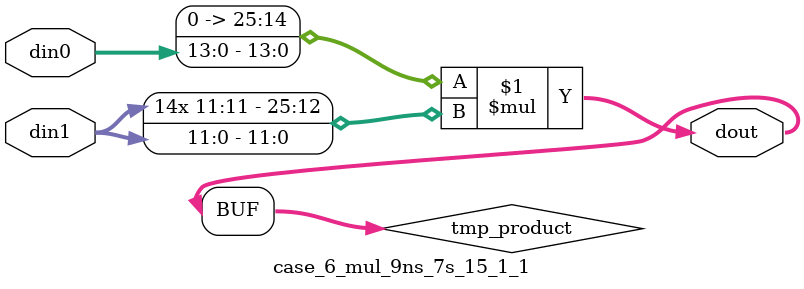
<source format=v>

`timescale 1 ns / 1 ps

 (* use_dsp = "no" *)  module case_6_mul_9ns_7s_15_1_1(din0, din1, dout);
parameter ID = 1;
parameter NUM_STAGE = 0;
parameter din0_WIDTH = 14;
parameter din1_WIDTH = 12;
parameter dout_WIDTH = 26;

input [din0_WIDTH - 1 : 0] din0; 
input [din1_WIDTH - 1 : 0] din1; 
output [dout_WIDTH - 1 : 0] dout;

wire signed [dout_WIDTH - 1 : 0] tmp_product;

























assign tmp_product = $signed({1'b0, din0}) * $signed(din1);










assign dout = tmp_product;





















endmodule

</source>
